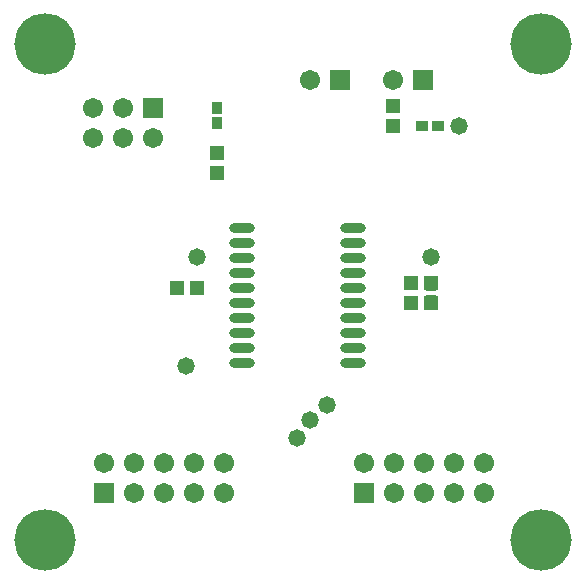
<source format=gts>
%FSLAX24Y24*%
%MOIN*%
G70*
G01*
G75*
G04 Layer_Color=8388736*
%ADD10R,0.0433X0.0394*%
%ADD11R,0.0394X0.0433*%
%ADD12R,0.0354X0.0276*%
%ADD13R,0.0276X0.0354*%
%ADD14O,0.0787X0.0236*%
%ADD15C,0.0100*%
%ADD16R,0.0100X0.0200*%
%ADD17R,0.0591X0.0591*%
%ADD18C,0.0591*%
%ADD19C,0.1969*%
%ADD20C,0.0500*%
%ADD21C,0.0098*%
%ADD22C,0.0236*%
%ADD23C,0.0079*%
%ADD24C,0.0039*%
%ADD25C,0.0090*%
%ADD26C,0.0080*%
%ADD27R,0.0513X0.0474*%
%ADD28R,0.0474X0.0513*%
%ADD29R,0.0434X0.0356*%
%ADD30R,0.0356X0.0434*%
%ADD31O,0.0867X0.0316*%
%ADD32R,0.0671X0.0671*%
%ADD33C,0.0671*%
%ADD34C,0.2049*%
%ADD35C,0.0580*%
D27*
X6643Y9972D02*
D03*
X5974D02*
D03*
D28*
X13170Y15383D02*
D03*
Y16053D02*
D03*
X14443Y9482D02*
D03*
Y10152D02*
D03*
X13787Y9482D02*
D03*
Y10152D02*
D03*
X7317Y14479D02*
D03*
Y13809D02*
D03*
D29*
X14675Y15383D02*
D03*
X14163D02*
D03*
D30*
X14443Y9561D02*
D03*
Y10073D02*
D03*
X7317Y15488D02*
D03*
Y16000D02*
D03*
D31*
X8137Y11982D02*
D03*
Y11482D02*
D03*
Y10982D02*
D03*
Y10482D02*
D03*
Y9982D02*
D03*
Y9482D02*
D03*
Y8982D02*
D03*
Y8482D02*
D03*
Y7982D02*
D03*
Y7482D02*
D03*
X11838Y11982D02*
D03*
Y11482D02*
D03*
Y10982D02*
D03*
Y10482D02*
D03*
Y9982D02*
D03*
Y9482D02*
D03*
Y8982D02*
D03*
Y8482D02*
D03*
Y7982D02*
D03*
Y7482D02*
D03*
D32*
X3543Y3150D02*
D03*
X12205D02*
D03*
X14173Y16929D02*
D03*
X11417D02*
D03*
X5200Y16000D02*
D03*
D33*
X4543Y3150D02*
D03*
X5543D02*
D03*
X6543D02*
D03*
X7543D02*
D03*
X3543Y4150D02*
D03*
X4543D02*
D03*
X5543D02*
D03*
X6543D02*
D03*
X7543D02*
D03*
X13205Y3150D02*
D03*
X14205D02*
D03*
X15205D02*
D03*
X16205D02*
D03*
X12205Y4150D02*
D03*
X13205D02*
D03*
X14205D02*
D03*
X15205D02*
D03*
X16205D02*
D03*
X13173Y16929D02*
D03*
X10417D02*
D03*
X3200Y15000D02*
D03*
Y16000D02*
D03*
X4200Y15000D02*
D03*
Y16000D02*
D03*
X5200Y15000D02*
D03*
D34*
X18110Y18110D02*
D03*
Y1575D02*
D03*
X1575D02*
D03*
Y18110D02*
D03*
D35*
X15383Y15383D02*
D03*
X6299Y7402D02*
D03*
X10433Y5591D02*
D03*
X6643Y11034D02*
D03*
X14439D02*
D03*
X10000Y5000D02*
D03*
X10984Y6102D02*
D03*
M02*

</source>
